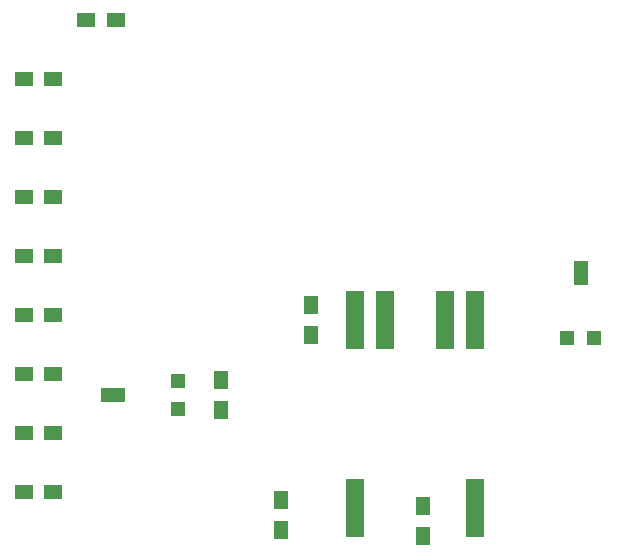
<source format=gtp>
G04 #@! TF.GenerationSoftware,KiCad,Pcbnew,5.0.0-rc2*
G04 #@! TF.CreationDate,2019-05-01T21:11:32-04:00*
G04 #@! TF.ProjectId,gassensor,67617373656E736F722E6B696361645F,rev?*
G04 #@! TF.SameCoordinates,Original*
G04 #@! TF.FileFunction,Paste,Top*
G04 #@! TF.FilePolarity,Positive*
%FSLAX46Y46*%
G04 Gerber Fmt 4.6, Leading zero omitted, Abs format (unit mm)*
G04 Created by KiCad (PCBNEW 5.0.0-rc2) date Wed May  1 21:11:32 2019*
%MOMM*%
%LPD*%
G01*
G04 APERTURE LIST*
%ADD10R,1.250000X1.500000*%
%ADD11R,1.600000X5.000000*%
%ADD12R,1.500000X1.250000*%
%ADD13R,1.300000X1.300000*%
%ADD14R,1.300000X2.000000*%
%ADD15R,2.000000X1.300000*%
G04 APERTURE END LIST*
D10*
G04 #@! TO.C,C1*
X129540000Y-109200000D03*
X129540000Y-106700000D03*
G04 #@! TD*
G04 #@! TO.C,C2*
X141605000Y-109708000D03*
X141605000Y-107208000D03*
G04 #@! TD*
D11*
G04 #@! TO.C,P1*
X145950000Y-107315000D03*
X135790000Y-107315000D03*
X135790000Y-91440000D03*
X138330000Y-91440000D03*
X143410000Y-91440000D03*
X145950000Y-91440000D03*
G04 #@! TD*
D10*
G04 #@! TO.C,R1*
X132080000Y-90190000D03*
X132080000Y-92690000D03*
G04 #@! TD*
D12*
G04 #@! TO.C,R2*
X115550000Y-66040000D03*
X113050000Y-66040000D03*
G04 #@! TD*
G04 #@! TO.C,R3*
X107750000Y-71000000D03*
X110250000Y-71000000D03*
G04 #@! TD*
G04 #@! TO.C,R4*
X110250000Y-76000000D03*
X107750000Y-76000000D03*
G04 #@! TD*
G04 #@! TO.C,R5*
X107750000Y-81000000D03*
X110250000Y-81000000D03*
G04 #@! TD*
G04 #@! TO.C,R6*
X110250000Y-86000000D03*
X107750000Y-86000000D03*
G04 #@! TD*
G04 #@! TO.C,R7*
X107750000Y-91000000D03*
X110250000Y-91000000D03*
G04 #@! TD*
G04 #@! TO.C,R8*
X107750000Y-96000000D03*
X110250000Y-96000000D03*
G04 #@! TD*
G04 #@! TO.C,R9*
X107750000Y-101000000D03*
X110250000Y-101000000D03*
G04 #@! TD*
G04 #@! TO.C,R10*
X110250000Y-106000000D03*
X107750000Y-106000000D03*
G04 #@! TD*
D13*
G04 #@! TO.C,RV1*
X156090000Y-92920000D03*
D14*
X154940000Y-87420000D03*
D13*
X153790000Y-92920000D03*
G04 #@! TD*
D10*
G04 #@! TO.C,R13*
X124460000Y-99040000D03*
X124460000Y-96540000D03*
G04 #@! TD*
D13*
G04 #@! TO.C,RV2*
X120860000Y-96640000D03*
D15*
X115360000Y-97790000D03*
D13*
X120860000Y-98940000D03*
G04 #@! TD*
M02*

</source>
